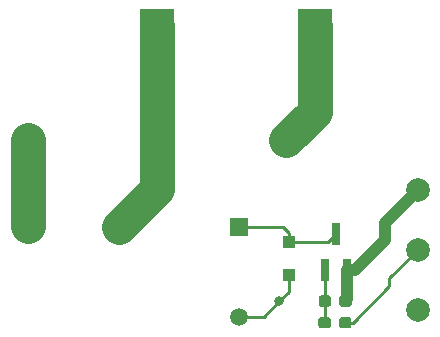
<source format=gbr>
G04 #@! TF.GenerationSoftware,KiCad,Pcbnew,5.0.2-bee76a0~70~ubuntu18.04.1*
G04 #@! TF.CreationDate,2019-01-01T14:42:11-08:00*
G04 #@! TF.ProjectId,Outlet_Relay_V1,4f75746c-6574-45f5-9265-6c61795f5631,rev?*
G04 #@! TF.SameCoordinates,Original*
G04 #@! TF.FileFunction,Copper,L1,Top*
G04 #@! TF.FilePolarity,Positive*
%FSLAX46Y46*%
G04 Gerber Fmt 4.6, Leading zero omitted, Abs format (unit mm)*
G04 Created by KiCad (PCBNEW 5.0.2-bee76a0~70~ubuntu18.04.1) date Tue 01 Jan 2019 02:42:11 PM PST*
%MOMM*%
%LPD*%
G01*
G04 APERTURE LIST*
G04 #@! TA.AperFunction,ComponentPad*
%ADD10R,3.000000X3.000000*%
G04 #@! TD*
G04 #@! TA.AperFunction,SMDPad,CuDef*
%ADD11R,1.100000X1.100000*%
G04 #@! TD*
G04 #@! TA.AperFunction,ComponentPad*
%ADD12C,2.200000*%
G04 #@! TD*
G04 #@! TA.AperFunction,ComponentPad*
%ADD13C,2.000000*%
G04 #@! TD*
G04 #@! TA.AperFunction,ComponentPad*
%ADD14R,1.520000X1.520000*%
G04 #@! TD*
G04 #@! TA.AperFunction,ComponentPad*
%ADD15C,1.520000*%
G04 #@! TD*
G04 #@! TA.AperFunction,SMDPad,CuDef*
%ADD16R,0.800000X1.900000*%
G04 #@! TD*
G04 #@! TA.AperFunction,Conductor*
%ADD17C,0.100000*%
G04 #@! TD*
G04 #@! TA.AperFunction,SMDPad,CuDef*
%ADD18C,0.950000*%
G04 #@! TD*
G04 #@! TA.AperFunction,ViaPad*
%ADD19C,0.800000*%
G04 #@! TD*
G04 #@! TA.AperFunction,Conductor*
%ADD20C,0.250000*%
G04 #@! TD*
G04 #@! TA.AperFunction,Conductor*
%ADD21C,3.000000*%
G04 #@! TD*
G04 #@! TA.AperFunction,Conductor*
%ADD22C,1.000000*%
G04 #@! TD*
G04 APERTURE END LIST*
D10*
G04 #@! TO.P,Vin,1*
G04 #@! TO.N,Vin*
X149872700Y-68414900D03*
G04 #@! TD*
D11*
G04 #@! TO.P,D1,1*
G04 #@! TO.N,/5V*
X147675600Y-89550700D03*
G04 #@! TO.P,D1,2*
G04 #@! TO.N,Net-(D1-Pad2)*
X147675600Y-86750700D03*
G04 #@! TD*
D12*
G04 #@! TO.P,F1,1*
G04 #@! TO.N,Net-(F1-Pad1)*
X125605000Y-78130400D03*
G04 #@! TO.P,F1,2*
G04 #@! TO.N,Vin*
X147445000Y-78130400D03*
G04 #@! TD*
D13*
G04 #@! TO.P,J1,1*
G04 #@! TO.N,/5V*
X158584900Y-92456000D03*
G04 #@! TO.P,J1,2*
G04 #@! TO.N,/CTL*
X158584900Y-87376000D03*
G04 #@! TO.P,J1,3*
G04 #@! TO.N,GND*
X158584900Y-82296000D03*
G04 #@! TD*
D14*
G04 #@! TO.P,K1,1*
G04 #@! TO.N,Net-(D1-Pad2)*
X143459200Y-85471000D03*
D13*
G04 #@! TO.P,K1,2*
G04 #@! TO.N,Vout*
X133299200Y-85471000D03*
G04 #@! TO.P,K1,3*
G04 #@! TO.N,Net-(F1-Pad1)*
X125679200Y-85471000D03*
D15*
G04 #@! TO.P,K1,5*
G04 #@! TO.N,/5V*
X143459200Y-93091000D03*
G04 #@! TD*
D16*
G04 #@! TO.P,Q1,1*
G04 #@! TO.N,Net-(Q1-Pad1)*
X150738800Y-89066500D03*
G04 #@! TO.P,Q1,2*
G04 #@! TO.N,GND*
X152638800Y-89066500D03*
G04 #@! TO.P,Q1,3*
G04 #@! TO.N,Net-(D1-Pad2)*
X151688800Y-86066500D03*
G04 #@! TD*
D17*
G04 #@! TO.N,/CTL*
G04 #@! TO.C,R1*
G36*
X152760279Y-93099744D02*
X152783334Y-93103163D01*
X152805943Y-93108827D01*
X152827887Y-93116679D01*
X152848957Y-93126644D01*
X152868948Y-93138626D01*
X152887668Y-93152510D01*
X152904938Y-93168162D01*
X152920590Y-93185432D01*
X152934474Y-93204152D01*
X152946456Y-93224143D01*
X152956421Y-93245213D01*
X152964273Y-93267157D01*
X152969937Y-93289766D01*
X152973356Y-93312821D01*
X152974500Y-93336100D01*
X152974500Y-93811100D01*
X152973356Y-93834379D01*
X152969937Y-93857434D01*
X152964273Y-93880043D01*
X152956421Y-93901987D01*
X152946456Y-93923057D01*
X152934474Y-93943048D01*
X152920590Y-93961768D01*
X152904938Y-93979038D01*
X152887668Y-93994690D01*
X152868948Y-94008574D01*
X152848957Y-94020556D01*
X152827887Y-94030521D01*
X152805943Y-94038373D01*
X152783334Y-94044037D01*
X152760279Y-94047456D01*
X152737000Y-94048600D01*
X152162000Y-94048600D01*
X152138721Y-94047456D01*
X152115666Y-94044037D01*
X152093057Y-94038373D01*
X152071113Y-94030521D01*
X152050043Y-94020556D01*
X152030052Y-94008574D01*
X152011332Y-93994690D01*
X151994062Y-93979038D01*
X151978410Y-93961768D01*
X151964526Y-93943048D01*
X151952544Y-93923057D01*
X151942579Y-93901987D01*
X151934727Y-93880043D01*
X151929063Y-93857434D01*
X151925644Y-93834379D01*
X151924500Y-93811100D01*
X151924500Y-93336100D01*
X151925644Y-93312821D01*
X151929063Y-93289766D01*
X151934727Y-93267157D01*
X151942579Y-93245213D01*
X151952544Y-93224143D01*
X151964526Y-93204152D01*
X151978410Y-93185432D01*
X151994062Y-93168162D01*
X152011332Y-93152510D01*
X152030052Y-93138626D01*
X152050043Y-93126644D01*
X152071113Y-93116679D01*
X152093057Y-93108827D01*
X152115666Y-93103163D01*
X152138721Y-93099744D01*
X152162000Y-93098600D01*
X152737000Y-93098600D01*
X152760279Y-93099744D01*
X152760279Y-93099744D01*
G37*
D18*
G04 #@! TD*
G04 #@! TO.P,R1,1*
G04 #@! TO.N,/CTL*
X152449500Y-93573600D03*
D17*
G04 #@! TO.N,Net-(Q1-Pad1)*
G04 #@! TO.C,R1*
G36*
X151010279Y-93099744D02*
X151033334Y-93103163D01*
X151055943Y-93108827D01*
X151077887Y-93116679D01*
X151098957Y-93126644D01*
X151118948Y-93138626D01*
X151137668Y-93152510D01*
X151154938Y-93168162D01*
X151170590Y-93185432D01*
X151184474Y-93204152D01*
X151196456Y-93224143D01*
X151206421Y-93245213D01*
X151214273Y-93267157D01*
X151219937Y-93289766D01*
X151223356Y-93312821D01*
X151224500Y-93336100D01*
X151224500Y-93811100D01*
X151223356Y-93834379D01*
X151219937Y-93857434D01*
X151214273Y-93880043D01*
X151206421Y-93901987D01*
X151196456Y-93923057D01*
X151184474Y-93943048D01*
X151170590Y-93961768D01*
X151154938Y-93979038D01*
X151137668Y-93994690D01*
X151118948Y-94008574D01*
X151098957Y-94020556D01*
X151077887Y-94030521D01*
X151055943Y-94038373D01*
X151033334Y-94044037D01*
X151010279Y-94047456D01*
X150987000Y-94048600D01*
X150412000Y-94048600D01*
X150388721Y-94047456D01*
X150365666Y-94044037D01*
X150343057Y-94038373D01*
X150321113Y-94030521D01*
X150300043Y-94020556D01*
X150280052Y-94008574D01*
X150261332Y-93994690D01*
X150244062Y-93979038D01*
X150228410Y-93961768D01*
X150214526Y-93943048D01*
X150202544Y-93923057D01*
X150192579Y-93901987D01*
X150184727Y-93880043D01*
X150179063Y-93857434D01*
X150175644Y-93834379D01*
X150174500Y-93811100D01*
X150174500Y-93336100D01*
X150175644Y-93312821D01*
X150179063Y-93289766D01*
X150184727Y-93267157D01*
X150192579Y-93245213D01*
X150202544Y-93224143D01*
X150214526Y-93204152D01*
X150228410Y-93185432D01*
X150244062Y-93168162D01*
X150261332Y-93152510D01*
X150280052Y-93138626D01*
X150300043Y-93126644D01*
X150321113Y-93116679D01*
X150343057Y-93108827D01*
X150365666Y-93103163D01*
X150388721Y-93099744D01*
X150412000Y-93098600D01*
X150987000Y-93098600D01*
X151010279Y-93099744D01*
X151010279Y-93099744D01*
G37*
D18*
G04 #@! TD*
G04 #@! TO.P,R1,2*
G04 #@! TO.N,Net-(Q1-Pad1)*
X150699500Y-93573600D03*
D17*
G04 #@! TO.N,GND*
G04 #@! TO.C,R2*
G36*
X152785679Y-91258244D02*
X152808734Y-91261663D01*
X152831343Y-91267327D01*
X152853287Y-91275179D01*
X152874357Y-91285144D01*
X152894348Y-91297126D01*
X152913068Y-91311010D01*
X152930338Y-91326662D01*
X152945990Y-91343932D01*
X152959874Y-91362652D01*
X152971856Y-91382643D01*
X152981821Y-91403713D01*
X152989673Y-91425657D01*
X152995337Y-91448266D01*
X152998756Y-91471321D01*
X152999900Y-91494600D01*
X152999900Y-91969600D01*
X152998756Y-91992879D01*
X152995337Y-92015934D01*
X152989673Y-92038543D01*
X152981821Y-92060487D01*
X152971856Y-92081557D01*
X152959874Y-92101548D01*
X152945990Y-92120268D01*
X152930338Y-92137538D01*
X152913068Y-92153190D01*
X152894348Y-92167074D01*
X152874357Y-92179056D01*
X152853287Y-92189021D01*
X152831343Y-92196873D01*
X152808734Y-92202537D01*
X152785679Y-92205956D01*
X152762400Y-92207100D01*
X152187400Y-92207100D01*
X152164121Y-92205956D01*
X152141066Y-92202537D01*
X152118457Y-92196873D01*
X152096513Y-92189021D01*
X152075443Y-92179056D01*
X152055452Y-92167074D01*
X152036732Y-92153190D01*
X152019462Y-92137538D01*
X152003810Y-92120268D01*
X151989926Y-92101548D01*
X151977944Y-92081557D01*
X151967979Y-92060487D01*
X151960127Y-92038543D01*
X151954463Y-92015934D01*
X151951044Y-91992879D01*
X151949900Y-91969600D01*
X151949900Y-91494600D01*
X151951044Y-91471321D01*
X151954463Y-91448266D01*
X151960127Y-91425657D01*
X151967979Y-91403713D01*
X151977944Y-91382643D01*
X151989926Y-91362652D01*
X152003810Y-91343932D01*
X152019462Y-91326662D01*
X152036732Y-91311010D01*
X152055452Y-91297126D01*
X152075443Y-91285144D01*
X152096513Y-91275179D01*
X152118457Y-91267327D01*
X152141066Y-91261663D01*
X152164121Y-91258244D01*
X152187400Y-91257100D01*
X152762400Y-91257100D01*
X152785679Y-91258244D01*
X152785679Y-91258244D01*
G37*
D18*
G04 #@! TD*
G04 #@! TO.P,R2,2*
G04 #@! TO.N,GND*
X152474900Y-91732100D03*
D17*
G04 #@! TO.N,Net-(Q1-Pad1)*
G04 #@! TO.C,R2*
G36*
X151035679Y-91258244D02*
X151058734Y-91261663D01*
X151081343Y-91267327D01*
X151103287Y-91275179D01*
X151124357Y-91285144D01*
X151144348Y-91297126D01*
X151163068Y-91311010D01*
X151180338Y-91326662D01*
X151195990Y-91343932D01*
X151209874Y-91362652D01*
X151221856Y-91382643D01*
X151231821Y-91403713D01*
X151239673Y-91425657D01*
X151245337Y-91448266D01*
X151248756Y-91471321D01*
X151249900Y-91494600D01*
X151249900Y-91969600D01*
X151248756Y-91992879D01*
X151245337Y-92015934D01*
X151239673Y-92038543D01*
X151231821Y-92060487D01*
X151221856Y-92081557D01*
X151209874Y-92101548D01*
X151195990Y-92120268D01*
X151180338Y-92137538D01*
X151163068Y-92153190D01*
X151144348Y-92167074D01*
X151124357Y-92179056D01*
X151103287Y-92189021D01*
X151081343Y-92196873D01*
X151058734Y-92202537D01*
X151035679Y-92205956D01*
X151012400Y-92207100D01*
X150437400Y-92207100D01*
X150414121Y-92205956D01*
X150391066Y-92202537D01*
X150368457Y-92196873D01*
X150346513Y-92189021D01*
X150325443Y-92179056D01*
X150305452Y-92167074D01*
X150286732Y-92153190D01*
X150269462Y-92137538D01*
X150253810Y-92120268D01*
X150239926Y-92101548D01*
X150227944Y-92081557D01*
X150217979Y-92060487D01*
X150210127Y-92038543D01*
X150204463Y-92015934D01*
X150201044Y-91992879D01*
X150199900Y-91969600D01*
X150199900Y-91494600D01*
X150201044Y-91471321D01*
X150204463Y-91448266D01*
X150210127Y-91425657D01*
X150217979Y-91403713D01*
X150227944Y-91382643D01*
X150239926Y-91362652D01*
X150253810Y-91343932D01*
X150269462Y-91326662D01*
X150286732Y-91311010D01*
X150305452Y-91297126D01*
X150325443Y-91285144D01*
X150346513Y-91275179D01*
X150368457Y-91267327D01*
X150391066Y-91261663D01*
X150414121Y-91258244D01*
X150437400Y-91257100D01*
X151012400Y-91257100D01*
X151035679Y-91258244D01*
X151035679Y-91258244D01*
G37*
D18*
G04 #@! TD*
G04 #@! TO.P,R2,1*
G04 #@! TO.N,Net-(Q1-Pad1)*
X150724900Y-91732100D03*
D10*
G04 #@! TO.P,Vout,1*
G04 #@! TO.N,Vout*
X136499600Y-68414900D03*
G04 #@! TD*
D19*
G04 #@! TO.N,/5V*
X146862800Y-91757500D03*
G04 #@! TD*
D20*
G04 #@! TO.N,/5V*
X147675600Y-90944700D02*
X147675600Y-89550700D01*
X146862800Y-91757500D02*
X147675600Y-90944700D01*
X145529300Y-93091000D02*
X146862800Y-91757500D01*
X143459200Y-93091000D02*
X145529300Y-93091000D01*
G04 #@! TO.N,Net-(D1-Pad2)*
X147675600Y-85950700D02*
X147675600Y-86750700D01*
X147195900Y-85471000D02*
X147675600Y-85950700D01*
X143459200Y-85471000D02*
X147195900Y-85471000D01*
X151004600Y-86750700D02*
X151688800Y-86066500D01*
X147675600Y-86750700D02*
X151004600Y-86750700D01*
G04 #@! TO.N,Net-(F1-Pad1)*
X125605000Y-85396800D02*
X125679200Y-85471000D01*
D21*
X125605000Y-78130400D02*
X125605000Y-85396800D01*
G04 #@! TO.N,Vin*
X149872700Y-75702700D02*
X149872700Y-68414900D01*
X147445000Y-78130400D02*
X149872700Y-75702700D01*
D20*
G04 #@! TO.N,/CTL*
X158584900Y-87376000D02*
X156159200Y-89801700D01*
X156159200Y-90488900D02*
X156159200Y-89979500D01*
X153074500Y-93573600D02*
X156159200Y-90488900D01*
X152449500Y-93573600D02*
X153074500Y-93573600D01*
X156159200Y-89801700D02*
X156159200Y-89979500D01*
D22*
G04 #@! TO.N,GND*
X153288800Y-89066500D02*
X155778200Y-86577100D01*
X152638800Y-89066500D02*
X153288800Y-89066500D01*
X155778200Y-85102700D02*
X158584900Y-82296000D01*
X155778200Y-86577100D02*
X155778200Y-85102700D01*
X152638800Y-91568200D02*
X152474900Y-91732100D01*
X152638800Y-89066500D02*
X152638800Y-91568200D01*
D21*
G04 #@! TO.N,Vout*
X136499600Y-82270600D02*
X133299200Y-85471000D01*
X136499600Y-68414900D02*
X136499600Y-82270600D01*
D20*
G04 #@! TO.N,Net-(Q1-Pad1)*
X150699500Y-91757500D02*
X150724900Y-91732100D01*
X150699500Y-93573600D02*
X150699500Y-91757500D01*
X150724900Y-89080400D02*
X150738800Y-89066500D01*
X150724900Y-91732100D02*
X150724900Y-89080400D01*
G04 #@! TD*
M02*

</source>
